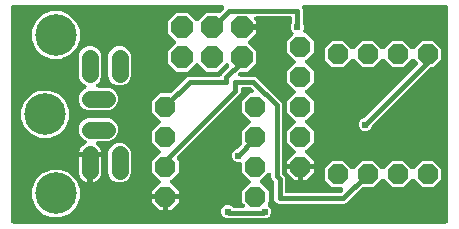
<source format=gbl>
G04 EAGLE Gerber RS-274X export*
G75*
%MOMM*%
%FSLAX34Y34*%
%LPD*%
%INBottom Copper*%
%IPPOS*%
%AMOC8*
5,1,8,0,0,1.08239X$1,22.5*%
G01*
%ADD10P,2.034460X8X22.500000*%
%ADD11C,1.408000*%
%ADD12C,3.516000*%
%ADD13P,1.869504X8X112.500000*%
%ADD14P,1.869504X8X22.500000*%
%ADD15P,1.869504X8X292.500000*%
%ADD16C,0.381000*%
%ADD17C,0.609600*%

G36*
X370846Y2543D02*
X370846Y2543D01*
X370864Y2541D01*
X371046Y2562D01*
X371229Y2581D01*
X371246Y2586D01*
X371263Y2588D01*
X371438Y2645D01*
X371614Y2699D01*
X371629Y2707D01*
X371646Y2713D01*
X371806Y2803D01*
X371968Y2891D01*
X371981Y2902D01*
X371997Y2911D01*
X372136Y3031D01*
X372277Y3148D01*
X372288Y3162D01*
X372302Y3174D01*
X372414Y3319D01*
X372529Y3462D01*
X372537Y3478D01*
X372548Y3492D01*
X372630Y3657D01*
X372715Y3819D01*
X372720Y3836D01*
X372728Y3852D01*
X372775Y4031D01*
X372826Y4206D01*
X372828Y4224D01*
X372832Y4241D01*
X372859Y4572D01*
X372859Y185428D01*
X372857Y185446D01*
X372859Y185464D01*
X372838Y185646D01*
X372819Y185829D01*
X372814Y185846D01*
X372812Y185863D01*
X372755Y186038D01*
X372701Y186214D01*
X372693Y186229D01*
X372687Y186246D01*
X372597Y186406D01*
X372509Y186568D01*
X372498Y186581D01*
X372489Y186597D01*
X372369Y186736D01*
X372252Y186877D01*
X372238Y186888D01*
X372226Y186902D01*
X372081Y187014D01*
X371938Y187129D01*
X371922Y187137D01*
X371908Y187148D01*
X371743Y187230D01*
X371581Y187315D01*
X371564Y187320D01*
X371548Y187328D01*
X371369Y187375D01*
X371194Y187426D01*
X371176Y187428D01*
X371159Y187432D01*
X370828Y187459D01*
X250798Y187459D01*
X250784Y187458D01*
X250771Y187459D01*
X250585Y187438D01*
X250397Y187419D01*
X250384Y187415D01*
X250371Y187414D01*
X250193Y187357D01*
X250012Y187301D01*
X250000Y187295D01*
X249988Y187291D01*
X249824Y187199D01*
X249658Y187109D01*
X249648Y187101D01*
X249636Y187094D01*
X249492Y186971D01*
X249349Y186852D01*
X249341Y186841D01*
X249330Y186833D01*
X249214Y186684D01*
X249097Y186538D01*
X249090Y186526D01*
X249082Y186516D01*
X248997Y186346D01*
X248911Y186181D01*
X248907Y186168D01*
X248901Y186156D01*
X248852Y185974D01*
X248800Y185794D01*
X248799Y185780D01*
X248795Y185767D01*
X248782Y185581D01*
X248767Y185392D01*
X248768Y185379D01*
X248768Y185366D01*
X248792Y185179D01*
X248814Y184993D01*
X248818Y184980D01*
X248820Y184967D01*
X248921Y184651D01*
X249446Y183384D01*
X249446Y173025D01*
X249449Y172994D01*
X249447Y172963D01*
X249469Y172794D01*
X249486Y172625D01*
X249495Y172595D01*
X249499Y172564D01*
X249600Y172248D01*
X250589Y169862D01*
X250589Y167638D01*
X250070Y166385D01*
X250066Y166372D01*
X250060Y166361D01*
X250008Y166180D01*
X249953Y166000D01*
X249952Y165987D01*
X249948Y165974D01*
X249933Y165785D01*
X249915Y165599D01*
X249917Y165586D01*
X249915Y165572D01*
X249937Y165385D01*
X249957Y165199D01*
X249961Y165186D01*
X249962Y165173D01*
X250021Y164993D01*
X250077Y164814D01*
X250083Y164803D01*
X250087Y164790D01*
X250180Y164625D01*
X250270Y164461D01*
X250278Y164451D01*
X250285Y164439D01*
X250408Y164297D01*
X250529Y164153D01*
X250540Y164145D01*
X250548Y164134D01*
X250697Y164019D01*
X250844Y163902D01*
X250856Y163896D01*
X250866Y163888D01*
X251035Y163804D01*
X251202Y163718D01*
X251215Y163714D01*
X251227Y163708D01*
X251410Y163659D01*
X251589Y163608D01*
X251603Y163607D01*
X251616Y163604D01*
X251946Y163577D01*
X252280Y163577D01*
X258827Y157030D01*
X258827Y147770D01*
X252193Y141136D01*
X252181Y141122D01*
X252168Y141111D01*
X252054Y140967D01*
X251938Y140825D01*
X251929Y140809D01*
X251918Y140795D01*
X251834Y140630D01*
X251749Y140469D01*
X251744Y140452D01*
X251736Y140436D01*
X251686Y140259D01*
X251634Y140083D01*
X251632Y140065D01*
X251628Y140048D01*
X251614Y139865D01*
X251598Y139682D01*
X251600Y139664D01*
X251598Y139647D01*
X251621Y139465D01*
X251641Y139282D01*
X251646Y139265D01*
X251649Y139247D01*
X251707Y139073D01*
X251763Y138898D01*
X251771Y138882D01*
X251777Y138866D01*
X251869Y138706D01*
X251957Y138546D01*
X251969Y138532D01*
X251978Y138517D01*
X252193Y138264D01*
X258827Y131630D01*
X258827Y122370D01*
X252193Y115736D01*
X252181Y115722D01*
X252168Y115711D01*
X252054Y115567D01*
X251938Y115425D01*
X251929Y115409D01*
X251918Y115395D01*
X251835Y115231D01*
X251749Y115069D01*
X251744Y115052D01*
X251736Y115036D01*
X251686Y114859D01*
X251634Y114683D01*
X251632Y114665D01*
X251628Y114648D01*
X251614Y114465D01*
X251598Y114282D01*
X251600Y114264D01*
X251598Y114247D01*
X251621Y114065D01*
X251641Y113882D01*
X251646Y113865D01*
X251649Y113847D01*
X251707Y113673D01*
X251763Y113498D01*
X251771Y113482D01*
X251777Y113466D01*
X251869Y113306D01*
X251957Y113146D01*
X251969Y113132D01*
X251978Y113117D01*
X252193Y112864D01*
X258827Y106230D01*
X258827Y96970D01*
X252193Y90336D01*
X252181Y90322D01*
X252168Y90311D01*
X252054Y90167D01*
X251938Y90025D01*
X251929Y90009D01*
X251918Y89995D01*
X251835Y89831D01*
X251749Y89669D01*
X251744Y89652D01*
X251736Y89636D01*
X251686Y89459D01*
X251634Y89283D01*
X251632Y89265D01*
X251628Y89248D01*
X251614Y89065D01*
X251598Y88882D01*
X251600Y88864D01*
X251598Y88847D01*
X251621Y88665D01*
X251641Y88482D01*
X251646Y88465D01*
X251649Y88447D01*
X251707Y88273D01*
X251763Y88098D01*
X251771Y88082D01*
X251777Y88066D01*
X251869Y87906D01*
X251957Y87746D01*
X251969Y87732D01*
X251978Y87717D01*
X252193Y87464D01*
X258827Y80830D01*
X258827Y71570D01*
X252193Y64936D01*
X252181Y64922D01*
X252168Y64911D01*
X252054Y64767D01*
X251938Y64625D01*
X251929Y64609D01*
X251918Y64595D01*
X251835Y64431D01*
X251749Y64269D01*
X251744Y64252D01*
X251736Y64236D01*
X251686Y64059D01*
X251634Y63883D01*
X251632Y63865D01*
X251628Y63848D01*
X251614Y63665D01*
X251598Y63482D01*
X251600Y63464D01*
X251598Y63447D01*
X251621Y63265D01*
X251641Y63082D01*
X251646Y63065D01*
X251649Y63047D01*
X251707Y62873D01*
X251763Y62698D01*
X251771Y62682D01*
X251777Y62666D01*
X251869Y62506D01*
X251957Y62346D01*
X251969Y62332D01*
X251978Y62317D01*
X252193Y62064D01*
X258827Y55430D01*
X258827Y52831D01*
X247650Y52831D01*
X236473Y52831D01*
X236473Y55430D01*
X243107Y62064D01*
X243119Y62077D01*
X243132Y62089D01*
X243246Y62233D01*
X243362Y62375D01*
X243371Y62391D01*
X243382Y62405D01*
X243465Y62569D01*
X243551Y62731D01*
X243556Y62748D01*
X243564Y62764D01*
X243614Y62941D01*
X243666Y63117D01*
X243668Y63135D01*
X243672Y63152D01*
X243686Y63335D01*
X243702Y63518D01*
X243700Y63536D01*
X243702Y63553D01*
X243679Y63735D01*
X243659Y63918D01*
X243653Y63935D01*
X243651Y63953D01*
X243593Y64126D01*
X243537Y64302D01*
X243529Y64318D01*
X243523Y64334D01*
X243431Y64494D01*
X243343Y64654D01*
X243331Y64668D01*
X243322Y64683D01*
X243107Y64936D01*
X236473Y71570D01*
X236473Y80830D01*
X243107Y87464D01*
X243119Y87477D01*
X243132Y87489D01*
X243246Y87633D01*
X243362Y87775D01*
X243371Y87791D01*
X243382Y87805D01*
X243465Y87969D01*
X243551Y88131D01*
X243556Y88148D01*
X243564Y88164D01*
X243614Y88341D01*
X243666Y88517D01*
X243668Y88535D01*
X243672Y88552D01*
X243686Y88735D01*
X243702Y88918D01*
X243700Y88936D01*
X243702Y88953D01*
X243679Y89135D01*
X243659Y89318D01*
X243653Y89335D01*
X243651Y89353D01*
X243593Y89526D01*
X243537Y89702D01*
X243529Y89718D01*
X243523Y89734D01*
X243431Y89894D01*
X243343Y90054D01*
X243331Y90068D01*
X243322Y90083D01*
X243107Y90336D01*
X236473Y96970D01*
X236473Y106230D01*
X243107Y112864D01*
X243119Y112877D01*
X243132Y112889D01*
X243246Y113033D01*
X243362Y113175D01*
X243371Y113191D01*
X243382Y113205D01*
X243465Y113369D01*
X243551Y113531D01*
X243556Y113548D01*
X243564Y113564D01*
X243614Y113741D01*
X243666Y113917D01*
X243668Y113935D01*
X243672Y113952D01*
X243686Y114135D01*
X243702Y114318D01*
X243700Y114336D01*
X243702Y114353D01*
X243679Y114535D01*
X243659Y114718D01*
X243653Y114735D01*
X243651Y114753D01*
X243593Y114926D01*
X243537Y115102D01*
X243529Y115118D01*
X243523Y115134D01*
X243431Y115294D01*
X243343Y115454D01*
X243331Y115468D01*
X243322Y115483D01*
X243107Y115736D01*
X236473Y122370D01*
X236473Y131630D01*
X243107Y138264D01*
X243119Y138277D01*
X243132Y138289D01*
X243246Y138433D01*
X243362Y138575D01*
X243371Y138591D01*
X243382Y138605D01*
X243465Y138769D01*
X243551Y138931D01*
X243556Y138948D01*
X243564Y138964D01*
X243614Y139141D01*
X243666Y139317D01*
X243668Y139335D01*
X243672Y139352D01*
X243686Y139535D01*
X243702Y139718D01*
X243700Y139736D01*
X243702Y139753D01*
X243679Y139935D01*
X243659Y140118D01*
X243653Y140135D01*
X243651Y140153D01*
X243593Y140326D01*
X243537Y140502D01*
X243529Y140518D01*
X243523Y140534D01*
X243432Y140693D01*
X243343Y140854D01*
X243331Y140868D01*
X243322Y140883D01*
X243107Y141136D01*
X236473Y147770D01*
X236473Y157030D01*
X241209Y161765D01*
X241220Y161779D01*
X241234Y161790D01*
X241347Y161934D01*
X241464Y162076D01*
X241472Y162092D01*
X241483Y162106D01*
X241566Y162270D01*
X241652Y162432D01*
X241658Y162449D01*
X241666Y162465D01*
X241715Y162642D01*
X241767Y162818D01*
X241769Y162836D01*
X241774Y162853D01*
X241787Y163036D01*
X241804Y163219D01*
X241802Y163237D01*
X241803Y163255D01*
X241780Y163437D01*
X241760Y163619D01*
X241755Y163636D01*
X241753Y163654D01*
X241694Y163828D01*
X241639Y164003D01*
X241630Y164019D01*
X241624Y164036D01*
X241533Y164195D01*
X241444Y164356D01*
X241432Y164369D01*
X241423Y164385D01*
X241209Y164638D01*
X240262Y165584D01*
X239411Y167638D01*
X239411Y169862D01*
X240400Y172248D01*
X240409Y172278D01*
X240423Y172306D01*
X240467Y172470D01*
X240516Y172633D01*
X240519Y172664D01*
X240527Y172694D01*
X240554Y173025D01*
X240554Y176023D01*
X240552Y176041D01*
X240554Y176059D01*
X240533Y176241D01*
X240514Y176424D01*
X240509Y176441D01*
X240507Y176458D01*
X240450Y176633D01*
X240396Y176809D01*
X240388Y176824D01*
X240382Y176841D01*
X240292Y177001D01*
X240204Y177163D01*
X240193Y177176D01*
X240184Y177192D01*
X240064Y177331D01*
X239947Y177472D01*
X239933Y177483D01*
X239921Y177497D01*
X239776Y177609D01*
X239633Y177724D01*
X239617Y177732D01*
X239603Y177743D01*
X239438Y177825D01*
X239276Y177910D01*
X239259Y177915D01*
X239243Y177923D01*
X239064Y177970D01*
X238889Y178021D01*
X238871Y178023D01*
X238854Y178027D01*
X238523Y178054D01*
X210433Y178054D01*
X210425Y178053D01*
X210416Y178054D01*
X210224Y178033D01*
X210033Y178014D01*
X210024Y178012D01*
X210015Y178011D01*
X209833Y177953D01*
X209648Y177896D01*
X209640Y177892D01*
X209632Y177889D01*
X209463Y177796D01*
X209294Y177704D01*
X209287Y177699D01*
X209279Y177694D01*
X209131Y177569D01*
X208985Y177447D01*
X208979Y177440D01*
X208972Y177434D01*
X208852Y177282D01*
X208732Y177133D01*
X208728Y177125D01*
X208723Y177118D01*
X208635Y176946D01*
X208547Y176776D01*
X208544Y176767D01*
X208540Y176759D01*
X208489Y176573D01*
X208435Y176389D01*
X208435Y176380D01*
X208432Y176371D01*
X208418Y176179D01*
X208403Y175987D01*
X208404Y175979D01*
X208403Y175970D01*
X208427Y175777D01*
X208449Y175588D01*
X208452Y175579D01*
X208453Y175570D01*
X208515Y175387D01*
X208574Y175205D01*
X208579Y175197D01*
X208582Y175189D01*
X208677Y175023D01*
X208772Y174854D01*
X208778Y174847D01*
X208783Y174840D01*
X208997Y174587D01*
X210064Y173520D01*
X210064Y171114D01*
X198633Y171114D01*
X198615Y171112D01*
X198598Y171114D01*
X198415Y171093D01*
X198233Y171074D01*
X198216Y171069D01*
X198198Y171067D01*
X198023Y171010D01*
X197848Y170956D01*
X197832Y170948D01*
X197815Y170942D01*
X197655Y170852D01*
X197494Y170764D01*
X197480Y170753D01*
X197464Y170744D01*
X197325Y170624D01*
X197184Y170507D01*
X197173Y170493D01*
X197160Y170481D01*
X197047Y170336D01*
X196932Y170193D01*
X196924Y170177D01*
X196913Y170163D01*
X196831Y169998D01*
X196747Y169836D01*
X196742Y169819D01*
X196734Y169803D01*
X196686Y169624D01*
X196635Y169449D01*
X196634Y169431D01*
X196629Y169414D01*
X196602Y169083D01*
X196602Y168067D01*
X196604Y168049D01*
X196602Y168031D01*
X196624Y167849D01*
X196642Y167666D01*
X196647Y167649D01*
X196649Y167632D01*
X196706Y167457D01*
X196760Y167281D01*
X196768Y167266D01*
X196774Y167249D01*
X196864Y167089D01*
X196952Y166927D01*
X196963Y166914D01*
X196972Y166898D01*
X197092Y166759D01*
X197210Y166618D01*
X197223Y166607D01*
X197235Y166593D01*
X197380Y166481D01*
X197523Y166366D01*
X197539Y166358D01*
X197553Y166347D01*
X197718Y166265D01*
X197881Y166180D01*
X197898Y166175D01*
X197914Y166167D01*
X198092Y166119D01*
X198267Y166069D01*
X198285Y166067D01*
X198302Y166063D01*
X198633Y166036D01*
X210064Y166036D01*
X210064Y163630D01*
X203745Y157311D01*
X203734Y157297D01*
X203720Y157286D01*
X203607Y157142D01*
X203490Y157000D01*
X203482Y156984D01*
X203471Y156970D01*
X203387Y156806D01*
X203302Y156644D01*
X203296Y156627D01*
X203288Y156611D01*
X203239Y156434D01*
X203187Y156258D01*
X203185Y156240D01*
X203180Y156223D01*
X203167Y156040D01*
X203150Y155857D01*
X203152Y155839D01*
X203151Y155822D01*
X203174Y155640D01*
X203194Y155457D01*
X203199Y155440D01*
X203201Y155422D01*
X203260Y155248D01*
X203315Y155073D01*
X203324Y155057D01*
X203330Y155041D01*
X203421Y154881D01*
X203510Y154721D01*
X203522Y154707D01*
X203531Y154692D01*
X203745Y154439D01*
X210064Y148120D01*
X210064Y138230D01*
X203070Y131236D01*
X197115Y131236D01*
X197088Y131234D01*
X197062Y131236D01*
X196888Y131214D01*
X196714Y131196D01*
X196689Y131189D01*
X196662Y131185D01*
X196496Y131129D01*
X196329Y131078D01*
X196306Y131066D01*
X196281Y131057D01*
X196129Y130970D01*
X195975Y130886D01*
X195955Y130869D01*
X195932Y130856D01*
X195679Y130641D01*
X195451Y130413D01*
X195445Y130406D01*
X195438Y130401D01*
X195318Y130251D01*
X195195Y130102D01*
X195191Y130094D01*
X195186Y130087D01*
X195098Y129918D01*
X195007Y129746D01*
X195004Y129737D01*
X195000Y129730D01*
X194947Y129546D01*
X194892Y129360D01*
X194891Y129351D01*
X194889Y129343D01*
X194873Y129151D01*
X194856Y128959D01*
X194857Y128950D01*
X194856Y128941D01*
X194878Y128751D01*
X194899Y128559D01*
X194902Y128551D01*
X194903Y128542D01*
X194963Y128357D01*
X195020Y128175D01*
X195025Y128167D01*
X195028Y128159D01*
X195122Y127991D01*
X195215Y127823D01*
X195221Y127816D01*
X195226Y127808D01*
X195351Y127663D01*
X195476Y127516D01*
X195483Y127510D01*
X195489Y127503D01*
X195639Y127387D01*
X195792Y127266D01*
X195800Y127262D01*
X195807Y127257D01*
X195979Y127171D01*
X196151Y127084D01*
X196159Y127081D01*
X196167Y127077D01*
X196354Y127027D01*
X196538Y126976D01*
X196547Y126975D01*
X196556Y126973D01*
X196887Y126946D01*
X208384Y126946D01*
X210018Y126269D01*
X231269Y105018D01*
X231946Y103384D01*
X231946Y45183D01*
X231947Y45171D01*
X231946Y45161D01*
X231948Y45147D01*
X231946Y45130D01*
X231968Y44956D01*
X231986Y44782D01*
X231993Y44757D01*
X231997Y44730D01*
X232052Y44564D01*
X232104Y44397D01*
X232117Y44374D01*
X232125Y44348D01*
X232212Y44197D01*
X232296Y44043D01*
X232313Y44023D01*
X232326Y44000D01*
X232541Y43747D01*
X233769Y42518D01*
X234446Y40884D01*
X234446Y30227D01*
X234448Y30209D01*
X234446Y30191D01*
X234467Y30009D01*
X234486Y29826D01*
X234491Y29809D01*
X234493Y29792D01*
X234550Y29617D01*
X234604Y29441D01*
X234612Y29426D01*
X234618Y29409D01*
X234708Y29249D01*
X234796Y29087D01*
X234807Y29074D01*
X234816Y29058D01*
X234936Y28919D01*
X235053Y28778D01*
X235067Y28767D01*
X235079Y28753D01*
X235224Y28641D01*
X235367Y28526D01*
X235383Y28518D01*
X235397Y28507D01*
X235562Y28425D01*
X235724Y28340D01*
X235741Y28335D01*
X235757Y28327D01*
X235936Y28280D01*
X236111Y28229D01*
X236129Y28227D01*
X236146Y28223D01*
X236477Y28196D01*
X281067Y28196D01*
X281094Y28198D01*
X281120Y28196D01*
X281294Y28218D01*
X281468Y28236D01*
X281493Y28243D01*
X281520Y28247D01*
X281686Y28303D01*
X281853Y28354D01*
X281876Y28366D01*
X281902Y28375D01*
X282053Y28462D01*
X282207Y28546D01*
X282227Y28563D01*
X282250Y28576D01*
X282503Y28791D01*
X283518Y29806D01*
X283524Y29813D01*
X283531Y29818D01*
X283651Y29967D01*
X283774Y30117D01*
X283778Y30125D01*
X283783Y30132D01*
X283871Y30302D01*
X283962Y30473D01*
X283965Y30482D01*
X283969Y30489D01*
X284022Y30674D01*
X284077Y30859D01*
X284078Y30868D01*
X284080Y30876D01*
X284096Y31067D01*
X284113Y31260D01*
X284112Y31269D01*
X284113Y31278D01*
X284091Y31467D01*
X284070Y31660D01*
X284067Y31669D01*
X284066Y31677D01*
X284007Y31860D01*
X283948Y32044D01*
X283944Y32052D01*
X283941Y32060D01*
X283847Y32227D01*
X283754Y32396D01*
X283748Y32403D01*
X283743Y32411D01*
X283618Y32556D01*
X283493Y32703D01*
X283486Y32709D01*
X283480Y32716D01*
X283329Y32833D01*
X283177Y32953D01*
X283169Y32957D01*
X283162Y32962D01*
X282990Y33048D01*
X282818Y33135D01*
X282810Y33138D01*
X282802Y33142D01*
X282616Y33191D01*
X282430Y33243D01*
X282422Y33244D01*
X282413Y33246D01*
X282082Y33273D01*
X274770Y33273D01*
X268223Y39820D01*
X268223Y49080D01*
X274770Y55627D01*
X284030Y55627D01*
X290664Y48993D01*
X290678Y48981D01*
X290689Y48968D01*
X290833Y48854D01*
X290975Y48738D01*
X290991Y48729D01*
X291005Y48718D01*
X291169Y48635D01*
X291331Y48549D01*
X291348Y48544D01*
X291364Y48536D01*
X291541Y48486D01*
X291717Y48434D01*
X291735Y48432D01*
X291752Y48428D01*
X291935Y48414D01*
X292118Y48398D01*
X292136Y48400D01*
X292153Y48398D01*
X292335Y48421D01*
X292518Y48441D01*
X292535Y48446D01*
X292553Y48449D01*
X292727Y48507D01*
X292902Y48563D01*
X292918Y48571D01*
X292934Y48577D01*
X293094Y48669D01*
X293254Y48757D01*
X293268Y48769D01*
X293283Y48778D01*
X293536Y48993D01*
X300170Y55627D01*
X309430Y55627D01*
X316064Y48993D01*
X316077Y48981D01*
X316089Y48968D01*
X316233Y48854D01*
X316375Y48738D01*
X316391Y48729D01*
X316405Y48718D01*
X316569Y48635D01*
X316731Y48549D01*
X316748Y48544D01*
X316764Y48536D01*
X316941Y48486D01*
X317117Y48434D01*
X317135Y48432D01*
X317152Y48428D01*
X317335Y48414D01*
X317518Y48398D01*
X317536Y48400D01*
X317553Y48398D01*
X317735Y48421D01*
X317918Y48441D01*
X317935Y48447D01*
X317953Y48449D01*
X318126Y48507D01*
X318302Y48563D01*
X318318Y48571D01*
X318334Y48577D01*
X318494Y48669D01*
X318654Y48757D01*
X318668Y48769D01*
X318683Y48778D01*
X318936Y48993D01*
X325570Y55627D01*
X334830Y55627D01*
X341464Y48993D01*
X341477Y48981D01*
X341489Y48968D01*
X341633Y48854D01*
X341775Y48738D01*
X341791Y48729D01*
X341805Y48718D01*
X341969Y48635D01*
X342131Y48549D01*
X342148Y48544D01*
X342164Y48536D01*
X342341Y48486D01*
X342517Y48434D01*
X342535Y48432D01*
X342552Y48428D01*
X342735Y48414D01*
X342918Y48398D01*
X342936Y48400D01*
X342953Y48398D01*
X343135Y48421D01*
X343318Y48441D01*
X343335Y48447D01*
X343353Y48449D01*
X343526Y48507D01*
X343702Y48563D01*
X343718Y48571D01*
X343734Y48577D01*
X343894Y48669D01*
X344054Y48757D01*
X344068Y48769D01*
X344083Y48778D01*
X344336Y48993D01*
X350970Y55627D01*
X360230Y55627D01*
X366777Y49080D01*
X366777Y39820D01*
X360230Y33273D01*
X350970Y33273D01*
X344336Y39907D01*
X344322Y39919D01*
X344311Y39932D01*
X344167Y40046D01*
X344025Y40162D01*
X344009Y40171D01*
X343995Y40182D01*
X343831Y40265D01*
X343669Y40351D01*
X343652Y40356D01*
X343636Y40364D01*
X343459Y40414D01*
X343283Y40466D01*
X343265Y40468D01*
X343248Y40472D01*
X343065Y40486D01*
X342882Y40502D01*
X342864Y40500D01*
X342847Y40502D01*
X342665Y40479D01*
X342482Y40459D01*
X342465Y40454D01*
X342447Y40451D01*
X342273Y40393D01*
X342098Y40337D01*
X342082Y40329D01*
X342066Y40323D01*
X341906Y40231D01*
X341746Y40143D01*
X341732Y40131D01*
X341717Y40122D01*
X341464Y39907D01*
X334830Y33273D01*
X325570Y33273D01*
X318936Y39907D01*
X318922Y39919D01*
X318911Y39932D01*
X318767Y40046D01*
X318625Y40162D01*
X318609Y40171D01*
X318595Y40182D01*
X318431Y40265D01*
X318269Y40351D01*
X318252Y40356D01*
X318236Y40364D01*
X318059Y40414D01*
X317883Y40466D01*
X317865Y40468D01*
X317848Y40472D01*
X317665Y40486D01*
X317482Y40502D01*
X317464Y40500D01*
X317447Y40502D01*
X317265Y40479D01*
X317082Y40459D01*
X317065Y40454D01*
X317047Y40451D01*
X316873Y40393D01*
X316698Y40337D01*
X316682Y40329D01*
X316666Y40323D01*
X316506Y40231D01*
X316346Y40143D01*
X316332Y40131D01*
X316317Y40122D01*
X316064Y39907D01*
X309430Y33273D01*
X300402Y33273D01*
X300375Y33271D01*
X300349Y33273D01*
X300175Y33251D01*
X300001Y33233D01*
X299976Y33226D01*
X299949Y33222D01*
X299783Y33166D01*
X299616Y33115D01*
X299593Y33102D01*
X299567Y33094D01*
X299416Y33007D01*
X299262Y32923D01*
X299242Y32906D01*
X299219Y32893D01*
X298966Y32678D01*
X287805Y21517D01*
X286268Y19981D01*
X284634Y19304D01*
X229116Y19304D01*
X227482Y19981D01*
X226231Y21232D01*
X225554Y22866D01*
X225554Y37317D01*
X225552Y37344D01*
X225554Y37370D01*
X225532Y37544D01*
X225514Y37718D01*
X225507Y37743D01*
X225503Y37770D01*
X225448Y37936D01*
X225396Y38103D01*
X225383Y38126D01*
X225375Y38152D01*
X225288Y38303D01*
X225204Y38457D01*
X225187Y38477D01*
X225174Y38500D01*
X224959Y38753D01*
X223731Y39982D01*
X223054Y41616D01*
X223054Y43594D01*
X223053Y43603D01*
X223054Y43612D01*
X223034Y43802D01*
X223014Y43995D01*
X223012Y44003D01*
X223011Y44012D01*
X222953Y44194D01*
X222896Y44380D01*
X222892Y44388D01*
X222889Y44396D01*
X222796Y44564D01*
X222704Y44734D01*
X222699Y44741D01*
X222694Y44748D01*
X222570Y44895D01*
X222447Y45043D01*
X222440Y45049D01*
X222434Y45055D01*
X222283Y45174D01*
X222133Y45295D01*
X222125Y45299D01*
X222118Y45305D01*
X221945Y45393D01*
X221776Y45481D01*
X221767Y45483D01*
X221759Y45487D01*
X221573Y45539D01*
X221389Y45592D01*
X221380Y45593D01*
X221371Y45595D01*
X221178Y45609D01*
X220987Y45625D01*
X220979Y45624D01*
X220970Y45625D01*
X220777Y45600D01*
X220588Y45578D01*
X220579Y45575D01*
X220570Y45574D01*
X220387Y45513D01*
X220205Y45453D01*
X220197Y45449D01*
X220189Y45446D01*
X220022Y45350D01*
X219854Y45255D01*
X219847Y45250D01*
X219840Y45245D01*
X219587Y45030D01*
X214093Y39536D01*
X214081Y39522D01*
X214068Y39511D01*
X213954Y39367D01*
X213838Y39225D01*
X213829Y39209D01*
X213818Y39195D01*
X213735Y39031D01*
X213649Y38869D01*
X213644Y38852D01*
X213636Y38836D01*
X213586Y38659D01*
X213534Y38483D01*
X213532Y38465D01*
X213528Y38448D01*
X213514Y38265D01*
X213498Y38082D01*
X213500Y38064D01*
X213498Y38047D01*
X213521Y37864D01*
X213541Y37682D01*
X213546Y37665D01*
X213549Y37647D01*
X213607Y37472D01*
X213663Y37298D01*
X213671Y37282D01*
X213677Y37266D01*
X213769Y37106D01*
X213857Y36946D01*
X213869Y36932D01*
X213878Y36917D01*
X214093Y36664D01*
X220727Y30030D01*
X220727Y20770D01*
X220361Y20404D01*
X220351Y20393D01*
X220340Y20384D01*
X220224Y20238D01*
X220105Y20093D01*
X220099Y20080D01*
X220090Y20068D01*
X220004Y19902D01*
X219917Y19737D01*
X219913Y19723D01*
X219906Y19710D01*
X219855Y19530D01*
X219802Y19351D01*
X219801Y19337D01*
X219797Y19323D01*
X219783Y19137D01*
X219766Y18950D01*
X219767Y18936D01*
X219766Y18921D01*
X219789Y18736D01*
X219809Y18550D01*
X219814Y18536D01*
X219815Y18521D01*
X219874Y18343D01*
X219931Y18166D01*
X219938Y18153D01*
X219942Y18139D01*
X220035Y17977D01*
X220125Y17814D01*
X220135Y17803D01*
X220142Y17790D01*
X220265Y17649D01*
X220386Y17507D01*
X220397Y17498D01*
X220407Y17487D01*
X220450Y17454D01*
X222238Y15666D01*
X223089Y13612D01*
X223089Y11388D01*
X222238Y9334D01*
X220666Y7762D01*
X218612Y6911D01*
X217655Y6911D01*
X217624Y6908D01*
X217592Y6910D01*
X217546Y6904D01*
X186381Y6904D01*
X186308Y6924D01*
X186145Y6973D01*
X186114Y6976D01*
X186084Y6984D01*
X185753Y7011D01*
X184938Y7011D01*
X182884Y7862D01*
X181312Y9434D01*
X180461Y11488D01*
X180461Y13712D01*
X181312Y15766D01*
X182884Y17338D01*
X184938Y18189D01*
X187162Y18189D01*
X189216Y17338D01*
X190163Y16391D01*
X190184Y16374D01*
X190201Y16353D01*
X190339Y16246D01*
X190475Y16136D01*
X190498Y16123D01*
X190519Y16107D01*
X190676Y16029D01*
X190830Y15947D01*
X190856Y15939D01*
X190880Y15927D01*
X191049Y15882D01*
X191216Y15832D01*
X191243Y15830D01*
X191269Y15823D01*
X191599Y15796D01*
X198444Y15796D01*
X198453Y15797D01*
X198462Y15796D01*
X198654Y15817D01*
X198845Y15836D01*
X198853Y15838D01*
X198862Y15839D01*
X199044Y15897D01*
X199230Y15954D01*
X199238Y15958D01*
X199246Y15961D01*
X199414Y16054D01*
X199584Y16146D01*
X199591Y16151D01*
X199598Y16156D01*
X199746Y16281D01*
X199893Y16403D01*
X199899Y16410D01*
X199905Y16416D01*
X200025Y16568D01*
X200145Y16717D01*
X200149Y16725D01*
X200155Y16732D01*
X200242Y16904D01*
X200331Y17074D01*
X200333Y17083D01*
X200337Y17091D01*
X200389Y17277D01*
X200442Y17461D01*
X200443Y17470D01*
X200445Y17479D01*
X200459Y17671D01*
X200475Y17863D01*
X200474Y17871D01*
X200475Y17880D01*
X200450Y18073D01*
X200428Y18262D01*
X200425Y18271D01*
X200424Y18280D01*
X200363Y18463D01*
X200303Y18645D01*
X200299Y18653D01*
X200296Y18661D01*
X200201Y18826D01*
X200105Y18996D01*
X200100Y19003D01*
X200095Y19010D01*
X199880Y19263D01*
X198373Y20770D01*
X198373Y30030D01*
X205007Y36664D01*
X205019Y36677D01*
X205032Y36689D01*
X205146Y36833D01*
X205262Y36975D01*
X205271Y36991D01*
X205282Y37005D01*
X205365Y37169D01*
X205451Y37331D01*
X205456Y37348D01*
X205464Y37364D01*
X205514Y37541D01*
X205566Y37717D01*
X205568Y37735D01*
X205572Y37752D01*
X205586Y37935D01*
X205602Y38118D01*
X205600Y38136D01*
X205602Y38153D01*
X205579Y38335D01*
X205559Y38518D01*
X205553Y38535D01*
X205551Y38553D01*
X205493Y38726D01*
X205437Y38902D01*
X205429Y38918D01*
X205423Y38934D01*
X205331Y39094D01*
X205243Y39254D01*
X205231Y39268D01*
X205222Y39283D01*
X205007Y39536D01*
X198373Y46170D01*
X198373Y52380D01*
X198371Y52398D01*
X198373Y52416D01*
X198352Y52598D01*
X198333Y52781D01*
X198328Y52798D01*
X198326Y52815D01*
X198269Y52990D01*
X198215Y53166D01*
X198207Y53181D01*
X198201Y53198D01*
X198111Y53358D01*
X198023Y53520D01*
X198012Y53533D01*
X198003Y53549D01*
X197883Y53688D01*
X197766Y53829D01*
X197752Y53840D01*
X197740Y53854D01*
X197595Y53966D01*
X197452Y54081D01*
X197436Y54089D01*
X197422Y54100D01*
X197257Y54182D01*
X197095Y54267D01*
X197078Y54272D01*
X197062Y54280D01*
X196883Y54327D01*
X196708Y54378D01*
X196690Y54380D01*
X196673Y54384D01*
X196342Y54411D01*
X193888Y54411D01*
X191834Y55262D01*
X190262Y56834D01*
X189411Y58888D01*
X189411Y61112D01*
X190262Y63166D01*
X191834Y64738D01*
X194220Y65726D01*
X194248Y65741D01*
X194278Y65751D01*
X194425Y65836D01*
X194575Y65916D01*
X194599Y65936D01*
X194626Y65952D01*
X194879Y66167D01*
X197892Y69179D01*
X197903Y69193D01*
X197917Y69205D01*
X198031Y69349D01*
X198147Y69491D01*
X198155Y69507D01*
X198167Y69521D01*
X198250Y69684D01*
X198336Y69846D01*
X198341Y69864D01*
X198349Y69880D01*
X198398Y70056D01*
X198450Y70232D01*
X198452Y70250D01*
X198457Y70268D01*
X198470Y70450D01*
X198487Y70633D01*
X198485Y70651D01*
X198486Y70669D01*
X198463Y70851D01*
X198443Y71034D01*
X198438Y71051D01*
X198436Y71069D01*
X198377Y71244D01*
X198373Y71255D01*
X198373Y80830D01*
X205007Y87464D01*
X205019Y87477D01*
X205032Y87489D01*
X205146Y87633D01*
X205262Y87775D01*
X205271Y87791D01*
X205282Y87805D01*
X205365Y87969D01*
X205451Y88131D01*
X205456Y88148D01*
X205464Y88164D01*
X205514Y88341D01*
X205566Y88517D01*
X205568Y88535D01*
X205572Y88552D01*
X205586Y88735D01*
X205602Y88918D01*
X205600Y88936D01*
X205602Y88953D01*
X205579Y89135D01*
X205559Y89318D01*
X205553Y89335D01*
X205551Y89353D01*
X205493Y89526D01*
X205437Y89702D01*
X205429Y89718D01*
X205423Y89734D01*
X205331Y89894D01*
X205243Y90054D01*
X205231Y90068D01*
X205222Y90083D01*
X205007Y90336D01*
X198373Y96970D01*
X198373Y106230D01*
X204920Y112777D01*
X206032Y112777D01*
X206041Y112778D01*
X206050Y112777D01*
X206242Y112798D01*
X206433Y112817D01*
X206441Y112819D01*
X206450Y112820D01*
X206633Y112878D01*
X206818Y112935D01*
X206826Y112939D01*
X206834Y112942D01*
X207002Y113035D01*
X207172Y113127D01*
X207179Y113132D01*
X207186Y113137D01*
X207334Y113262D01*
X207481Y113384D01*
X207487Y113391D01*
X207493Y113397D01*
X207613Y113548D01*
X207733Y113698D01*
X207738Y113706D01*
X207743Y113713D01*
X207830Y113884D01*
X207919Y114055D01*
X207921Y114064D01*
X207925Y114072D01*
X207977Y114257D01*
X208030Y114442D01*
X208031Y114451D01*
X208033Y114460D01*
X208047Y114652D01*
X208063Y114844D01*
X208062Y114852D01*
X208063Y114861D01*
X208038Y115054D01*
X208016Y115243D01*
X208013Y115252D01*
X208012Y115261D01*
X207951Y115444D01*
X207891Y115626D01*
X207887Y115634D01*
X207884Y115642D01*
X207789Y115808D01*
X207693Y115977D01*
X207688Y115984D01*
X207683Y115991D01*
X207468Y116244D01*
X206253Y117459D01*
X206233Y117476D01*
X206215Y117497D01*
X206077Y117603D01*
X205942Y117714D01*
X205918Y117727D01*
X205897Y117743D01*
X205741Y117821D01*
X205586Y117903D01*
X205561Y117911D01*
X205537Y117923D01*
X205368Y117968D01*
X205200Y118018D01*
X205174Y118020D01*
X205148Y118027D01*
X204817Y118054D01*
X198977Y118054D01*
X198959Y118052D01*
X198941Y118054D01*
X198759Y118033D01*
X198576Y118014D01*
X198559Y118009D01*
X198542Y118007D01*
X198367Y117950D01*
X198191Y117896D01*
X198176Y117888D01*
X198159Y117882D01*
X197999Y117792D01*
X197837Y117704D01*
X197824Y117693D01*
X197808Y117684D01*
X197669Y117564D01*
X197528Y117447D01*
X197517Y117433D01*
X197503Y117421D01*
X197391Y117276D01*
X197276Y117133D01*
X197268Y117117D01*
X197257Y117103D01*
X197175Y116938D01*
X197090Y116776D01*
X197085Y116759D01*
X197077Y116743D01*
X197030Y116564D01*
X196979Y116389D01*
X196977Y116371D01*
X196973Y116354D01*
X196946Y116023D01*
X196946Y114116D01*
X196269Y112482D01*
X143308Y59521D01*
X143297Y59507D01*
X143283Y59495D01*
X143169Y59351D01*
X143053Y59209D01*
X143045Y59194D01*
X143034Y59180D01*
X142950Y59015D01*
X142864Y58854D01*
X142859Y58837D01*
X142851Y58821D01*
X142802Y58643D01*
X142750Y58468D01*
X142748Y58450D01*
X142743Y58433D01*
X142730Y58250D01*
X142713Y58067D01*
X142715Y58049D01*
X142714Y58031D01*
X142737Y57849D01*
X142757Y57666D01*
X142762Y57649D01*
X142764Y57632D01*
X142823Y57458D01*
X142878Y57283D01*
X142887Y57267D01*
X142892Y57250D01*
X142984Y57091D01*
X143073Y56930D01*
X143084Y56917D01*
X143093Y56901D01*
X143308Y56648D01*
X144527Y55430D01*
X144527Y46170D01*
X137893Y39536D01*
X137881Y39523D01*
X137868Y39511D01*
X137754Y39367D01*
X137638Y39225D01*
X137629Y39209D01*
X137618Y39195D01*
X137535Y39031D01*
X137449Y38869D01*
X137444Y38852D01*
X137436Y38836D01*
X137386Y38659D01*
X137334Y38483D01*
X137332Y38465D01*
X137328Y38448D01*
X137314Y38265D01*
X137298Y38082D01*
X137300Y38064D01*
X137298Y38047D01*
X137321Y37865D01*
X137341Y37682D01*
X137347Y37665D01*
X137349Y37647D01*
X137407Y37474D01*
X137463Y37298D01*
X137471Y37282D01*
X137477Y37266D01*
X137569Y37106D01*
X137657Y36946D01*
X137669Y36932D01*
X137678Y36917D01*
X137893Y36664D01*
X144527Y30030D01*
X144527Y27431D01*
X133350Y27431D01*
X122173Y27431D01*
X122173Y30030D01*
X128807Y36664D01*
X128819Y36678D01*
X128832Y36689D01*
X128946Y36833D01*
X129062Y36975D01*
X129071Y36991D01*
X129082Y37005D01*
X129165Y37169D01*
X129251Y37331D01*
X129256Y37348D01*
X129264Y37364D01*
X129314Y37541D01*
X129366Y37717D01*
X129368Y37735D01*
X129372Y37752D01*
X129386Y37935D01*
X129402Y38118D01*
X129400Y38136D01*
X129402Y38153D01*
X129379Y38335D01*
X129359Y38518D01*
X129354Y38535D01*
X129351Y38553D01*
X129293Y38727D01*
X129237Y38902D01*
X129229Y38918D01*
X129223Y38934D01*
X129131Y39094D01*
X129043Y39254D01*
X129031Y39268D01*
X129022Y39283D01*
X128807Y39536D01*
X122173Y46170D01*
X122173Y55430D01*
X128807Y62064D01*
X128819Y62078D01*
X128832Y62089D01*
X128946Y62233D01*
X129062Y62375D01*
X129071Y62391D01*
X129082Y62405D01*
X129165Y62569D01*
X129251Y62731D01*
X129256Y62748D01*
X129264Y62764D01*
X129314Y62941D01*
X129366Y63117D01*
X129368Y63135D01*
X129372Y63152D01*
X129386Y63335D01*
X129402Y63518D01*
X129400Y63536D01*
X129402Y63553D01*
X129379Y63735D01*
X129359Y63918D01*
X129354Y63935D01*
X129351Y63953D01*
X129293Y64127D01*
X129237Y64302D01*
X129229Y64318D01*
X129223Y64334D01*
X129131Y64494D01*
X129043Y64654D01*
X129031Y64668D01*
X129022Y64683D01*
X128807Y64936D01*
X122173Y71570D01*
X122173Y80830D01*
X128807Y87464D01*
X128819Y87477D01*
X128832Y87489D01*
X128946Y87633D01*
X129062Y87775D01*
X129071Y87791D01*
X129082Y87805D01*
X129165Y87969D01*
X129251Y88131D01*
X129256Y88148D01*
X129264Y88164D01*
X129314Y88341D01*
X129366Y88517D01*
X129368Y88535D01*
X129372Y88552D01*
X129386Y88735D01*
X129402Y88918D01*
X129400Y88936D01*
X129402Y88953D01*
X129379Y89135D01*
X129359Y89318D01*
X129353Y89335D01*
X129351Y89353D01*
X129293Y89526D01*
X129237Y89702D01*
X129229Y89718D01*
X129223Y89734D01*
X129131Y89894D01*
X129043Y90054D01*
X129031Y90068D01*
X129022Y90083D01*
X128807Y90336D01*
X122173Y96970D01*
X122173Y106230D01*
X128720Y112777D01*
X136898Y112777D01*
X136925Y112779D01*
X136951Y112777D01*
X137125Y112799D01*
X137299Y112817D01*
X137324Y112824D01*
X137351Y112828D01*
X137517Y112883D01*
X137684Y112935D01*
X137707Y112948D01*
X137733Y112956D01*
X137884Y113043D01*
X138038Y113127D01*
X138058Y113144D01*
X138081Y113157D01*
X138334Y113372D01*
X151232Y126269D01*
X152043Y126605D01*
X152866Y126946D01*
X179119Y126946D01*
X179141Y126948D01*
X179163Y126946D01*
X179341Y126968D01*
X179520Y126986D01*
X179541Y126992D01*
X179563Y126995D01*
X179732Y127051D01*
X179904Y127104D01*
X179924Y127114D01*
X179945Y127121D01*
X180101Y127210D01*
X180258Y127296D01*
X180276Y127310D01*
X180295Y127321D01*
X180431Y127439D01*
X180568Y127553D01*
X180582Y127571D01*
X180599Y127585D01*
X180708Y127727D01*
X180820Y127867D01*
X180830Y127887D01*
X180844Y127905D01*
X180996Y128200D01*
X181231Y128768D01*
X187003Y134540D01*
X187015Y134554D01*
X187028Y134566D01*
X187142Y134710D01*
X187258Y134852D01*
X187267Y134868D01*
X187278Y134882D01*
X187361Y135046D01*
X187447Y135208D01*
X187452Y135225D01*
X187460Y135241D01*
X187509Y135417D01*
X187562Y135593D01*
X187563Y135611D01*
X187568Y135629D01*
X187581Y135811D01*
X187598Y135994D01*
X187596Y136012D01*
X187597Y136030D01*
X187575Y136211D01*
X187555Y136395D01*
X187549Y136412D01*
X187547Y136430D01*
X187489Y136603D01*
X187433Y136779D01*
X187424Y136794D01*
X187419Y136811D01*
X187327Y136971D01*
X187238Y137131D01*
X187227Y137144D01*
X187218Y137160D01*
X187003Y137413D01*
X186861Y137555D01*
X186847Y137566D01*
X186836Y137580D01*
X186692Y137693D01*
X186550Y137810D01*
X186534Y137818D01*
X186520Y137829D01*
X186356Y137913D01*
X186194Y137999D01*
X186177Y138004D01*
X186161Y138012D01*
X185983Y138061D01*
X185808Y138113D01*
X185790Y138115D01*
X185773Y138120D01*
X185589Y138133D01*
X185407Y138150D01*
X185389Y138148D01*
X185372Y138149D01*
X185188Y138126D01*
X185007Y138106D01*
X184990Y138101D01*
X184972Y138099D01*
X184798Y138040D01*
X184623Y137985D01*
X184607Y137976D01*
X184591Y137970D01*
X184431Y137879D01*
X184271Y137790D01*
X184257Y137778D01*
X184242Y137769D01*
X183989Y137555D01*
X177670Y131236D01*
X167780Y131236D01*
X161461Y137555D01*
X161447Y137566D01*
X161436Y137580D01*
X161292Y137693D01*
X161150Y137810D01*
X161134Y137818D01*
X161120Y137829D01*
X160956Y137913D01*
X160794Y137998D01*
X160777Y138004D01*
X160761Y138012D01*
X160584Y138061D01*
X160408Y138113D01*
X160390Y138115D01*
X160373Y138120D01*
X160190Y138133D01*
X160007Y138150D01*
X159989Y138148D01*
X159972Y138149D01*
X159790Y138126D01*
X159607Y138106D01*
X159590Y138101D01*
X159572Y138099D01*
X159398Y138040D01*
X159223Y137985D01*
X159207Y137976D01*
X159191Y137970D01*
X159031Y137879D01*
X158871Y137790D01*
X158857Y137778D01*
X158842Y137769D01*
X158589Y137555D01*
X152270Y131236D01*
X142380Y131236D01*
X135386Y138230D01*
X135386Y148120D01*
X141705Y154439D01*
X141716Y154452D01*
X141730Y154464D01*
X141844Y154608D01*
X141960Y154750D01*
X141968Y154766D01*
X141979Y154780D01*
X142063Y154944D01*
X142148Y155106D01*
X142154Y155123D01*
X142162Y155139D01*
X142211Y155316D01*
X142263Y155492D01*
X142265Y155510D01*
X142270Y155527D01*
X142283Y155710D01*
X142300Y155893D01*
X142298Y155911D01*
X142299Y155928D01*
X142276Y156110D01*
X142256Y156293D01*
X142251Y156310D01*
X142249Y156328D01*
X142190Y156501D01*
X142135Y156677D01*
X142126Y156693D01*
X142120Y156709D01*
X142029Y156869D01*
X141940Y157029D01*
X141928Y157043D01*
X141919Y157058D01*
X141705Y157311D01*
X135386Y163630D01*
X135386Y173520D01*
X142380Y180514D01*
X152270Y180514D01*
X158589Y174195D01*
X158602Y174184D01*
X158614Y174170D01*
X158758Y174056D01*
X158900Y173940D01*
X158916Y173932D01*
X158930Y173921D01*
X159094Y173837D01*
X159256Y173752D01*
X159273Y173746D01*
X159289Y173738D01*
X159466Y173689D01*
X159642Y173637D01*
X159660Y173635D01*
X159677Y173630D01*
X159860Y173617D01*
X160043Y173600D01*
X160061Y173602D01*
X160078Y173601D01*
X160260Y173624D01*
X160443Y173644D01*
X160460Y173649D01*
X160478Y173651D01*
X160651Y173710D01*
X160827Y173765D01*
X160843Y173774D01*
X160859Y173780D01*
X161019Y173871D01*
X161179Y173960D01*
X161193Y173972D01*
X161208Y173981D01*
X161461Y174195D01*
X167780Y180514D01*
X178385Y180514D01*
X178412Y180516D01*
X178438Y180514D01*
X178612Y180536D01*
X178786Y180554D01*
X178811Y180561D01*
X178838Y180565D01*
X179003Y180620D01*
X179171Y180672D01*
X179194Y180685D01*
X179220Y180693D01*
X179371Y180780D01*
X179525Y180864D01*
X179545Y180881D01*
X179568Y180894D01*
X179821Y181109D01*
X182705Y183992D01*
X182710Y183999D01*
X182717Y184004D01*
X182837Y184154D01*
X182960Y184303D01*
X182964Y184311D01*
X182969Y184318D01*
X183058Y184488D01*
X183148Y184659D01*
X183151Y184668D01*
X183155Y184675D01*
X183208Y184860D01*
X183263Y185045D01*
X183264Y185054D01*
X183266Y185062D01*
X183282Y185253D01*
X183299Y185446D01*
X183298Y185455D01*
X183299Y185464D01*
X183277Y185653D01*
X183256Y185846D01*
X183253Y185855D01*
X183252Y185863D01*
X183193Y186045D01*
X183134Y186230D01*
X183130Y186238D01*
X183127Y186246D01*
X183032Y186415D01*
X182940Y186582D01*
X182934Y186589D01*
X182929Y186597D01*
X182804Y186743D01*
X182679Y186889D01*
X182672Y186895D01*
X182666Y186902D01*
X182515Y187019D01*
X182363Y187139D01*
X182355Y187143D01*
X182348Y187148D01*
X182176Y187234D01*
X182004Y187321D01*
X181996Y187324D01*
X181988Y187328D01*
X181802Y187378D01*
X181616Y187429D01*
X181608Y187430D01*
X181599Y187432D01*
X181268Y187459D01*
X4572Y187459D01*
X4554Y187457D01*
X4536Y187459D01*
X4354Y187438D01*
X4171Y187419D01*
X4154Y187414D01*
X4137Y187412D01*
X3962Y187355D01*
X3786Y187301D01*
X3771Y187293D01*
X3754Y187287D01*
X3594Y187197D01*
X3432Y187109D01*
X3419Y187098D01*
X3403Y187089D01*
X3264Y186969D01*
X3123Y186852D01*
X3112Y186838D01*
X3098Y186826D01*
X2986Y186681D01*
X2871Y186538D01*
X2863Y186522D01*
X2852Y186508D01*
X2770Y186343D01*
X2685Y186181D01*
X2680Y186164D01*
X2672Y186148D01*
X2625Y185969D01*
X2574Y185794D01*
X2572Y185776D01*
X2568Y185759D01*
X2541Y185428D01*
X2541Y4572D01*
X2543Y4554D01*
X2541Y4536D01*
X2562Y4354D01*
X2581Y4171D01*
X2586Y4154D01*
X2588Y4137D01*
X2645Y3962D01*
X2699Y3786D01*
X2707Y3771D01*
X2713Y3754D01*
X2803Y3594D01*
X2891Y3432D01*
X2902Y3419D01*
X2911Y3403D01*
X3031Y3264D01*
X3148Y3123D01*
X3162Y3112D01*
X3174Y3098D01*
X3319Y2986D01*
X3462Y2871D01*
X3478Y2863D01*
X3492Y2852D01*
X3657Y2770D01*
X3819Y2685D01*
X3836Y2680D01*
X3852Y2672D01*
X4031Y2625D01*
X4206Y2574D01*
X4224Y2572D01*
X4241Y2568D01*
X4572Y2541D01*
X370828Y2541D01*
X370846Y2543D01*
G37*
%LPC*%
G36*
X301388Y80661D02*
X301388Y80661D01*
X299334Y81512D01*
X297762Y83084D01*
X296911Y85138D01*
X296911Y87362D01*
X297762Y89416D01*
X299334Y90988D01*
X301720Y91976D01*
X301748Y91991D01*
X301778Y92001D01*
X301925Y92086D01*
X302075Y92166D01*
X302099Y92186D01*
X302126Y92202D01*
X302379Y92417D01*
X346467Y136504D01*
X346478Y136518D01*
X346492Y136530D01*
X346606Y136674D01*
X346722Y136816D01*
X346730Y136831D01*
X346741Y136845D01*
X346825Y137010D01*
X346911Y137171D01*
X346916Y137188D01*
X346924Y137204D01*
X346973Y137382D01*
X347025Y137557D01*
X347027Y137575D01*
X347032Y137592D01*
X347045Y137775D01*
X347062Y137958D01*
X347060Y137976D01*
X347061Y137994D01*
X347038Y138176D01*
X347018Y138359D01*
X347013Y138376D01*
X347011Y138393D01*
X346952Y138567D01*
X346897Y138742D01*
X346888Y138758D01*
X346883Y138775D01*
X346791Y138934D01*
X346702Y139095D01*
X346691Y139108D01*
X346682Y139124D01*
X346467Y139377D01*
X344336Y141507D01*
X344322Y141519D01*
X344311Y141532D01*
X344167Y141646D01*
X344025Y141763D01*
X344009Y141771D01*
X343995Y141782D01*
X343832Y141865D01*
X343669Y141951D01*
X343652Y141956D01*
X343636Y141964D01*
X343459Y142014D01*
X343283Y142066D01*
X343265Y142068D01*
X343248Y142072D01*
X343065Y142086D01*
X342882Y142102D01*
X342864Y142100D01*
X342847Y142102D01*
X342664Y142079D01*
X342482Y142059D01*
X342465Y142054D01*
X342447Y142051D01*
X342272Y141993D01*
X342098Y141937D01*
X342082Y141929D01*
X342066Y141923D01*
X341906Y141831D01*
X341746Y141743D01*
X341732Y141731D01*
X341717Y141722D01*
X341464Y141507D01*
X334830Y134873D01*
X325570Y134873D01*
X318936Y141507D01*
X318922Y141519D01*
X318911Y141532D01*
X318767Y141646D01*
X318625Y141762D01*
X318609Y141771D01*
X318595Y141782D01*
X318431Y141865D01*
X318269Y141951D01*
X318252Y141956D01*
X318236Y141964D01*
X318059Y142014D01*
X317883Y142066D01*
X317865Y142068D01*
X317848Y142072D01*
X317665Y142086D01*
X317482Y142102D01*
X317464Y142100D01*
X317447Y142102D01*
X317265Y142079D01*
X317082Y142059D01*
X317065Y142054D01*
X317047Y142051D01*
X316873Y141993D01*
X316698Y141937D01*
X316682Y141929D01*
X316666Y141923D01*
X316506Y141831D01*
X316346Y141743D01*
X316332Y141731D01*
X316317Y141722D01*
X316064Y141507D01*
X309430Y134873D01*
X300170Y134873D01*
X293536Y141507D01*
X293523Y141519D01*
X293511Y141532D01*
X293367Y141646D01*
X293225Y141762D01*
X293209Y141771D01*
X293195Y141782D01*
X293031Y141865D01*
X292869Y141951D01*
X292852Y141956D01*
X292836Y141964D01*
X292659Y142014D01*
X292483Y142066D01*
X292465Y142068D01*
X292448Y142072D01*
X292265Y142086D01*
X292082Y142102D01*
X292064Y142100D01*
X292047Y142102D01*
X291865Y142079D01*
X291682Y142059D01*
X291665Y142053D01*
X291647Y142051D01*
X291474Y141993D01*
X291298Y141937D01*
X291282Y141929D01*
X291266Y141923D01*
X291106Y141831D01*
X290946Y141743D01*
X290932Y141731D01*
X290917Y141722D01*
X290664Y141507D01*
X284030Y134873D01*
X274770Y134873D01*
X268223Y141420D01*
X268223Y150680D01*
X274770Y157227D01*
X284030Y157227D01*
X290664Y150593D01*
X290678Y150581D01*
X290689Y150568D01*
X290833Y150454D01*
X290975Y150338D01*
X290991Y150329D01*
X291005Y150318D01*
X291169Y150235D01*
X291331Y150149D01*
X291348Y150144D01*
X291364Y150136D01*
X291541Y150086D01*
X291717Y150034D01*
X291735Y150032D01*
X291752Y150028D01*
X291935Y150014D01*
X292118Y149998D01*
X292136Y150000D01*
X292153Y149998D01*
X292335Y150021D01*
X292518Y150041D01*
X292535Y150046D01*
X292553Y150049D01*
X292727Y150107D01*
X292902Y150163D01*
X292918Y150171D01*
X292934Y150177D01*
X293094Y150269D01*
X293254Y150357D01*
X293268Y150369D01*
X293283Y150378D01*
X293536Y150593D01*
X300170Y157227D01*
X309430Y157227D01*
X316064Y150593D01*
X316077Y150581D01*
X316089Y150568D01*
X316233Y150454D01*
X316375Y150338D01*
X316391Y150329D01*
X316405Y150318D01*
X316569Y150235D01*
X316731Y150149D01*
X316748Y150144D01*
X316764Y150136D01*
X316941Y150086D01*
X317117Y150034D01*
X317135Y150032D01*
X317152Y150028D01*
X317335Y150014D01*
X317518Y149998D01*
X317536Y150000D01*
X317553Y149998D01*
X317735Y150021D01*
X317918Y150041D01*
X317935Y150047D01*
X317953Y150049D01*
X318126Y150107D01*
X318302Y150163D01*
X318318Y150171D01*
X318334Y150177D01*
X318494Y150269D01*
X318654Y150357D01*
X318668Y150369D01*
X318683Y150378D01*
X318936Y150593D01*
X325570Y157227D01*
X334830Y157227D01*
X341464Y150593D01*
X341477Y150581D01*
X341489Y150568D01*
X341633Y150454D01*
X341775Y150338D01*
X341791Y150329D01*
X341805Y150318D01*
X341969Y150235D01*
X342131Y150149D01*
X342148Y150144D01*
X342164Y150136D01*
X342341Y150086D01*
X342517Y150034D01*
X342535Y150032D01*
X342552Y150028D01*
X342735Y150014D01*
X342918Y149998D01*
X342936Y150000D01*
X342953Y149998D01*
X343135Y150021D01*
X343318Y150041D01*
X343335Y150047D01*
X343353Y150049D01*
X343526Y150107D01*
X343702Y150163D01*
X343718Y150171D01*
X343734Y150177D01*
X343894Y150269D01*
X344054Y150357D01*
X344068Y150369D01*
X344083Y150378D01*
X344336Y150593D01*
X350970Y157227D01*
X360230Y157227D01*
X366777Y150680D01*
X366777Y141420D01*
X360230Y134873D01*
X358252Y134873D01*
X358225Y134871D01*
X358199Y134873D01*
X358025Y134851D01*
X357851Y134833D01*
X357826Y134826D01*
X357799Y134822D01*
X357633Y134767D01*
X357466Y134715D01*
X357443Y134702D01*
X357417Y134694D01*
X357266Y134607D01*
X357112Y134523D01*
X357092Y134506D01*
X357069Y134493D01*
X356816Y134278D01*
X308667Y86129D01*
X308647Y86105D01*
X308623Y86085D01*
X308519Y85950D01*
X308412Y85818D01*
X308397Y85790D01*
X308378Y85766D01*
X308226Y85470D01*
X307238Y83084D01*
X305666Y81512D01*
X303612Y80661D01*
X301388Y80661D01*
G37*
%LPD*%
%LPC*%
G36*
X36548Y7879D02*
X36548Y7879D01*
X29153Y10942D01*
X23492Y16603D01*
X20429Y23998D01*
X20429Y32002D01*
X23492Y39397D01*
X29153Y45058D01*
X29871Y45355D01*
X34774Y47386D01*
X34775Y47386D01*
X36548Y48121D01*
X44552Y48121D01*
X51947Y45058D01*
X57608Y39397D01*
X60671Y32002D01*
X60671Y23998D01*
X57608Y16603D01*
X51947Y10942D01*
X44552Y7879D01*
X36548Y7879D01*
G37*
%LPD*%
%LPC*%
G36*
X27548Y74879D02*
X27548Y74879D01*
X20153Y77942D01*
X14492Y83603D01*
X11429Y90998D01*
X11429Y99002D01*
X14492Y106397D01*
X20153Y112058D01*
X25850Y114417D01*
X25850Y114418D01*
X27548Y115121D01*
X35552Y115121D01*
X42947Y112058D01*
X48608Y106397D01*
X51671Y99002D01*
X51671Y90998D01*
X48608Y83603D01*
X42947Y77942D01*
X35552Y74879D01*
X27548Y74879D01*
G37*
%LPD*%
%LPC*%
G36*
X36548Y141879D02*
X36548Y141879D01*
X29153Y144942D01*
X23492Y150603D01*
X20429Y157998D01*
X20429Y166002D01*
X23492Y173397D01*
X29153Y179058D01*
X36548Y182121D01*
X44552Y182121D01*
X51947Y179058D01*
X57608Y173397D01*
X60671Y166002D01*
X60671Y157998D01*
X57608Y150603D01*
X51947Y144942D01*
X46145Y142539D01*
X44552Y141879D01*
X36548Y141879D01*
G37*
%LPD*%
%LPC*%
G36*
X67644Y98419D02*
X67644Y98419D01*
X64123Y99878D01*
X61428Y102573D01*
X59969Y106094D01*
X59969Y109906D01*
X61428Y113427D01*
X64123Y116122D01*
X65333Y116623D01*
X65341Y116628D01*
X65349Y116630D01*
X65518Y116722D01*
X65688Y116814D01*
X65695Y116819D01*
X65703Y116824D01*
X65850Y116947D01*
X65998Y117070D01*
X66004Y117077D01*
X66011Y117083D01*
X66130Y117233D01*
X66252Y117383D01*
X66256Y117391D01*
X66262Y117397D01*
X66349Y117568D01*
X66439Y117739D01*
X66442Y117748D01*
X66446Y117756D01*
X66498Y117939D01*
X66552Y118125D01*
X66553Y118135D01*
X66555Y118143D01*
X66570Y118334D01*
X66587Y118527D01*
X66586Y118536D01*
X66586Y118544D01*
X66563Y118734D01*
X66542Y118927D01*
X66539Y118935D01*
X66538Y118944D01*
X66478Y119126D01*
X66418Y119310D01*
X66414Y119318D01*
X66411Y119326D01*
X66316Y119494D01*
X66222Y119661D01*
X66216Y119668D01*
X66212Y119676D01*
X66085Y119821D01*
X65960Y119967D01*
X65953Y119973D01*
X65947Y119980D01*
X65794Y120097D01*
X65643Y120216D01*
X65635Y120220D01*
X65628Y120225D01*
X65333Y120377D01*
X64123Y120878D01*
X61428Y123573D01*
X59969Y127094D01*
X59969Y144986D01*
X61428Y148507D01*
X64123Y151202D01*
X67644Y152661D01*
X71456Y152661D01*
X74977Y151202D01*
X77672Y148507D01*
X79131Y144986D01*
X79131Y127094D01*
X77672Y123573D01*
X75147Y121048D01*
X75142Y121041D01*
X75135Y121036D01*
X75015Y120886D01*
X74892Y120737D01*
X74888Y120729D01*
X74883Y120722D01*
X74794Y120552D01*
X74704Y120381D01*
X74701Y120372D01*
X74697Y120365D01*
X74644Y120180D01*
X74589Y119995D01*
X74588Y119986D01*
X74586Y119978D01*
X74570Y119787D01*
X74553Y119594D01*
X74554Y119585D01*
X74553Y119576D01*
X74575Y119387D01*
X74596Y119194D01*
X74599Y119185D01*
X74600Y119177D01*
X74659Y118995D01*
X74718Y118810D01*
X74722Y118802D01*
X74725Y118794D01*
X74820Y118625D01*
X74912Y118458D01*
X74918Y118451D01*
X74923Y118443D01*
X75048Y118297D01*
X75173Y118151D01*
X75180Y118145D01*
X75186Y118138D01*
X75337Y118021D01*
X75489Y117901D01*
X75497Y117897D01*
X75504Y117892D01*
X75676Y117806D01*
X75848Y117719D01*
X75856Y117716D01*
X75864Y117712D01*
X76050Y117662D01*
X76236Y117611D01*
X76244Y117610D01*
X76253Y117608D01*
X76584Y117581D01*
X85536Y117581D01*
X89057Y116122D01*
X91752Y113427D01*
X93211Y109906D01*
X93211Y106094D01*
X91752Y102573D01*
X89057Y99878D01*
X85536Y98419D01*
X67644Y98419D01*
G37*
%LPD*%
%LPC*%
G36*
X69332Y63249D02*
X69332Y63249D01*
X60207Y63249D01*
X60671Y64678D01*
X61356Y66021D01*
X62242Y67241D01*
X63309Y68308D01*
X64529Y69194D01*
X65491Y69685D01*
X65601Y69755D01*
X65716Y69818D01*
X65770Y69864D01*
X65830Y69902D01*
X65924Y69993D01*
X66024Y70077D01*
X66068Y70133D01*
X66119Y70182D01*
X66193Y70290D01*
X66275Y70392D01*
X66308Y70455D01*
X66348Y70514D01*
X66399Y70634D01*
X66459Y70750D01*
X66478Y70818D01*
X66506Y70884D01*
X66533Y71012D01*
X66569Y71138D01*
X66574Y71208D01*
X66589Y71278D01*
X66590Y71409D01*
X66600Y71539D01*
X66591Y71609D01*
X66592Y71680D01*
X66567Y71809D01*
X66551Y71939D01*
X66529Y72006D01*
X66515Y72076D01*
X66466Y72197D01*
X66425Y72321D01*
X66389Y72383D01*
X66362Y72448D01*
X66290Y72557D01*
X66225Y72671D01*
X66179Y72724D01*
X66139Y72783D01*
X66046Y72876D01*
X65961Y72974D01*
X65904Y73017D01*
X65854Y73068D01*
X65745Y73140D01*
X65641Y73220D01*
X65568Y73257D01*
X65519Y73290D01*
X65448Y73319D01*
X65346Y73371D01*
X64123Y73878D01*
X61428Y76573D01*
X59969Y80094D01*
X59969Y83906D01*
X61428Y87427D01*
X64123Y90122D01*
X67644Y91581D01*
X85536Y91581D01*
X89057Y90122D01*
X91752Y87427D01*
X93211Y83906D01*
X93211Y80094D01*
X91752Y76573D01*
X89057Y73878D01*
X85536Y72419D01*
X76384Y72419D01*
X76216Y72403D01*
X76049Y72391D01*
X76016Y72383D01*
X75983Y72379D01*
X75823Y72330D01*
X75660Y72286D01*
X75630Y72271D01*
X75598Y72261D01*
X75451Y72181D01*
X75300Y72106D01*
X75274Y72085D01*
X75244Y72069D01*
X75115Y71962D01*
X74982Y71858D01*
X74961Y71833D01*
X74935Y71812D01*
X74830Y71681D01*
X74720Y71553D01*
X74704Y71524D01*
X74683Y71498D01*
X74605Y71349D01*
X74523Y71202D01*
X74513Y71170D01*
X74497Y71141D01*
X74451Y70979D01*
X74399Y70819D01*
X74395Y70786D01*
X74386Y70754D01*
X74372Y70586D01*
X74353Y70419D01*
X74356Y70386D01*
X74353Y70352D01*
X74373Y70185D01*
X74387Y70018D01*
X74396Y69986D01*
X74400Y69953D01*
X74452Y69792D01*
X74499Y69631D01*
X74514Y69602D01*
X74525Y69570D01*
X74608Y69423D01*
X74685Y69274D01*
X74706Y69248D01*
X74723Y69219D01*
X74833Y69092D01*
X74938Y68961D01*
X74967Y68937D01*
X74986Y68915D01*
X75054Y68862D01*
X75190Y68745D01*
X75791Y68308D01*
X76858Y67241D01*
X77744Y66021D01*
X78429Y64678D01*
X78893Y63249D01*
X69768Y63249D01*
X69750Y63247D01*
X69733Y63249D01*
X69569Y63230D01*
X69332Y63249D01*
G37*
%LPD*%
%LPC*%
G36*
X92644Y119419D02*
X92644Y119419D01*
X89123Y120878D01*
X86428Y123573D01*
X84969Y127094D01*
X84969Y144986D01*
X86428Y148507D01*
X89123Y151202D01*
X92644Y152661D01*
X96456Y152661D01*
X99977Y151202D01*
X102672Y148507D01*
X104131Y144986D01*
X104131Y127094D01*
X102672Y123573D01*
X99977Y120878D01*
X96456Y119419D01*
X92644Y119419D01*
G37*
%LPD*%
%LPC*%
G36*
X92644Y37339D02*
X92644Y37339D01*
X89123Y38798D01*
X86428Y41493D01*
X84969Y45014D01*
X84969Y62906D01*
X86428Y66427D01*
X89123Y69122D01*
X92644Y70581D01*
X96456Y70581D01*
X99977Y69122D01*
X102672Y66427D01*
X104131Y62906D01*
X104131Y45014D01*
X102672Y41493D01*
X99977Y38798D01*
X96456Y37339D01*
X92644Y37339D01*
G37*
%LPD*%
%LPC*%
G36*
X71799Y58751D02*
X71799Y58751D01*
X79131Y58751D01*
X79131Y46166D01*
X78895Y44676D01*
X78429Y43242D01*
X77744Y41898D01*
X76858Y40679D01*
X75791Y39612D01*
X74571Y38726D01*
X73228Y38041D01*
X71799Y37577D01*
X71799Y58751D01*
G37*
%LPD*%
%LPC*%
G36*
X65872Y38041D02*
X65872Y38041D01*
X64529Y38726D01*
X63309Y39612D01*
X62242Y40679D01*
X61356Y41898D01*
X60671Y43242D01*
X60205Y44676D01*
X59969Y46166D01*
X59969Y58751D01*
X67301Y58751D01*
X67301Y37577D01*
X65872Y38041D01*
G37*
%LPD*%
%LPC*%
G36*
X249681Y39623D02*
X249681Y39623D01*
X249681Y48769D01*
X258827Y48769D01*
X258827Y46170D01*
X252280Y39623D01*
X249681Y39623D01*
G37*
%LPD*%
%LPC*%
G36*
X135381Y14223D02*
X135381Y14223D01*
X135381Y23369D01*
X144527Y23369D01*
X144527Y20770D01*
X137980Y14223D01*
X135381Y14223D01*
G37*
%LPD*%
%LPC*%
G36*
X243020Y39623D02*
X243020Y39623D01*
X236473Y46170D01*
X236473Y48769D01*
X245619Y48769D01*
X245619Y39623D01*
X243020Y39623D01*
G37*
%LPD*%
%LPC*%
G36*
X128720Y14223D02*
X128720Y14223D01*
X122173Y20770D01*
X122173Y23369D01*
X131319Y23369D01*
X131319Y14223D01*
X128720Y14223D01*
G37*
%LPD*%
D10*
X147325Y143175D03*
X147325Y168575D03*
X172725Y143175D03*
X172725Y168575D03*
X198125Y143175D03*
X198125Y168575D03*
D11*
X69550Y61000D02*
X69550Y46920D01*
X69550Y82000D02*
X83630Y82000D01*
X83630Y108000D02*
X69550Y108000D01*
X69550Y129000D02*
X69550Y143080D01*
X94550Y61000D02*
X94550Y46920D01*
X94550Y129000D02*
X94550Y143080D01*
D12*
X31550Y95000D03*
X40550Y28000D03*
X40550Y162000D03*
D13*
X247650Y50800D03*
X247650Y76200D03*
X247650Y101600D03*
X247650Y127000D03*
X247650Y152400D03*
D14*
X133350Y101600D03*
X133350Y76200D03*
X133350Y50800D03*
X133350Y25400D03*
X209550Y25400D03*
X209550Y50800D03*
X209550Y76200D03*
X209550Y101600D03*
D13*
X304800Y44450D03*
X304800Y146050D03*
X279400Y44450D03*
X279400Y146050D03*
X330200Y44450D03*
X330200Y146050D03*
D15*
X355600Y146050D03*
X355600Y44450D03*
D16*
X302500Y86250D02*
X355000Y138750D01*
X355000Y145000D01*
X355600Y146050D01*
X187500Y182500D02*
X173750Y168750D01*
X187500Y182500D02*
X245000Y182500D01*
X245000Y168750D01*
X173750Y168750D02*
X172725Y168575D01*
D17*
X302500Y86250D03*
X245000Y168750D03*
D16*
X208750Y73750D02*
X195000Y60000D01*
X208750Y73750D02*
X208750Y75000D01*
X209550Y76200D01*
D17*
X195000Y60000D03*
D16*
X133750Y102500D02*
X153750Y122500D01*
X185000Y122500D01*
X185000Y126250D01*
X197500Y138750D01*
X197500Y142500D01*
X133750Y102500D02*
X133350Y101600D01*
X197500Y142500D02*
X198125Y143175D01*
X303750Y43750D02*
X283750Y23750D01*
X230000Y23750D01*
X230000Y40000D01*
X227500Y42500D01*
X227500Y102500D01*
X207500Y122500D01*
X192500Y122500D01*
X192500Y115000D01*
X133750Y56250D01*
X133750Y51250D01*
X303750Y43750D02*
X304800Y44450D01*
X133750Y51250D02*
X133350Y50800D01*
X216350Y11350D02*
X217500Y12500D01*
X187300Y11350D02*
X186050Y12600D01*
X187300Y11350D02*
X216350Y11350D01*
D17*
X217500Y12500D03*
X186050Y12600D03*
M02*

</source>
